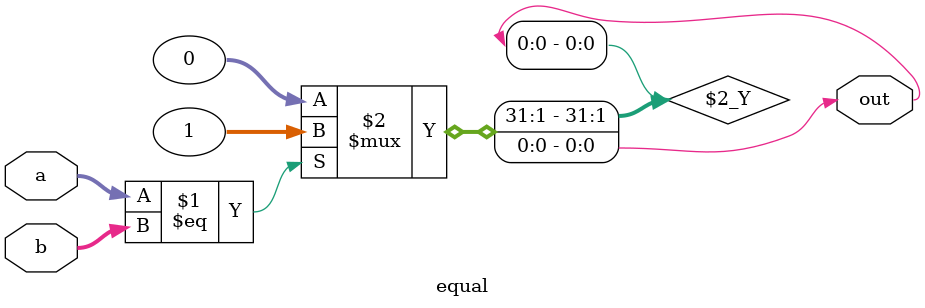
<source format=v>
module equal #(parameter bus_size = 32) (
	input  [bus_size-1:0] a,
	input  [bus_size-1:0] b,
	output out);
 
	assign out = (a == b) ? 1 : 0;
 
endmodule 
</source>
